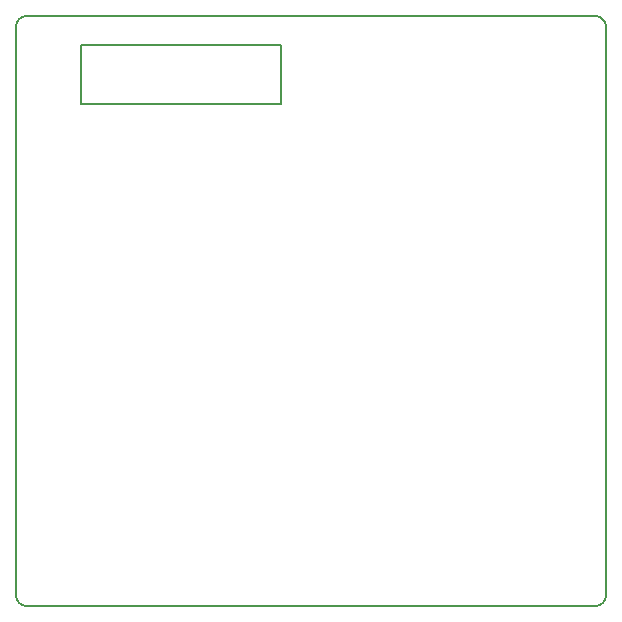
<source format=gbr>
G04 #@! TF.FileFunction,Profile,NP*
%FSLAX46Y46*%
G04 Gerber Fmt 4.6, Leading zero omitted, Abs format (unit mm)*
G04 Created by KiCad (PCBNEW 4.0.2-1.fc23-product) date Tue 29 Mar 2016 21:37:23 CEST*
%MOMM*%
G01*
G04 APERTURE LIST*
%ADD10C,0.100000*%
%ADD11C,0.150000*%
G04 APERTURE END LIST*
D10*
D11*
X199000000Y-100000000D02*
X197500000Y-100000000D01*
X200000000Y-97500000D02*
X200000000Y-99000000D01*
X200000000Y-51000000D02*
X200000000Y-52500000D01*
X197500000Y-50000000D02*
X199000000Y-50000000D01*
X150000000Y-51000000D02*
X150000000Y-52500000D01*
X152500000Y-50000000D02*
X151000000Y-50000000D01*
X150000000Y-99000000D02*
X150000000Y-97500000D01*
X152500000Y-100000000D02*
X151000000Y-100000000D01*
X199000000Y-100000000D02*
G75*
G03X200000000Y-99000000I0J1000000D01*
G01*
X150000000Y-99000000D02*
G75*
G03X151000000Y-100000000I1000000J0D01*
G01*
X151000000Y-50000000D02*
G75*
G03X150000000Y-51000000I0J-1000000D01*
G01*
X200000000Y-51000000D02*
G75*
G03X199000000Y-50000000I-1000000J0D01*
G01*
X152500000Y-50000000D02*
X197500000Y-50000000D01*
X150000000Y-97500000D02*
X150000000Y-52500000D01*
X197500000Y-100000000D02*
X152500000Y-100000000D01*
X200000000Y-52500000D02*
X200000000Y-97500000D01*
X155500000Y-52500000D02*
X172500000Y-52500000D01*
X172500000Y-57500000D02*
X155500000Y-57500000D01*
X155500000Y-57500000D02*
X155500000Y-52500000D01*
X172500000Y-52500000D02*
X172500000Y-57500000D01*
M02*

</source>
